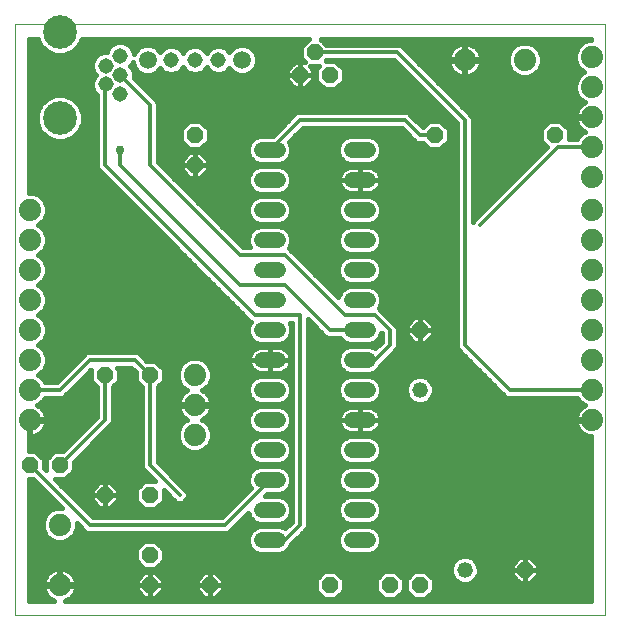
<source format=gbl>
G75*
%MOIN*%
%OFA0B0*%
%FSLAX25Y25*%
%IPPOS*%
%LPD*%
%AMOC8*
5,1,8,0,0,1.08239X$1,22.5*
%
%ADD10C,0.00000*%
%ADD11OC8,0.05200*%
%ADD12C,0.05200*%
%ADD13C,0.07400*%
%ADD14C,0.05200*%
%ADD15C,0.05150*%
%ADD16C,0.11220*%
%ADD17C,0.05937*%
%ADD18C,0.01200*%
%ADD19C,0.02978*%
%ADD20C,0.01600*%
D10*
X0005060Y0001800D02*
X0005060Y0198650D01*
X0201910Y0198650D01*
X0201910Y0001800D01*
X0005060Y0001800D01*
D11*
X0035060Y0041800D03*
X0050060Y0041800D03*
X0050060Y0021800D03*
X0050060Y0011800D03*
X0070060Y0011800D03*
X0110060Y0011800D03*
X0130060Y0011800D03*
X0140060Y0011800D03*
X0175060Y0016800D03*
X0140060Y0096800D03*
X0145060Y0161800D03*
X0110060Y0181800D03*
X0105060Y0189300D03*
X0100060Y0181800D03*
X0065060Y0161800D03*
X0065060Y0151800D03*
X0050060Y0081800D03*
X0035060Y0081800D03*
X0020060Y0051800D03*
X0010060Y0051800D03*
X0185060Y0161800D03*
D12*
X0140060Y0076800D03*
X0155060Y0016800D03*
D13*
X0197560Y0066800D03*
X0197560Y0076800D03*
X0197560Y0086800D03*
X0197560Y0096800D03*
X0197560Y0106800D03*
X0197560Y0116800D03*
X0197560Y0126800D03*
X0197560Y0136800D03*
X0197560Y0147800D03*
X0197560Y0157800D03*
X0197560Y0167800D03*
X0197560Y0177800D03*
X0197560Y0187800D03*
X0175060Y0186800D03*
X0155060Y0186800D03*
X0065060Y0081800D03*
X0065060Y0071800D03*
X0065060Y0061800D03*
X0020060Y0031800D03*
X0020060Y0011800D03*
X0010060Y0066800D03*
X0010060Y0076800D03*
X0010060Y0086800D03*
X0010060Y0096800D03*
X0010060Y0106800D03*
X0010060Y0116800D03*
X0010060Y0126800D03*
X0010060Y0136800D03*
D14*
X0087460Y0136800D02*
X0092660Y0136800D01*
X0092660Y0126800D02*
X0087460Y0126800D01*
X0087460Y0116800D02*
X0092660Y0116800D01*
X0092660Y0106800D02*
X0087460Y0106800D01*
X0087460Y0096800D02*
X0092660Y0096800D01*
X0092660Y0086800D02*
X0087460Y0086800D01*
X0087460Y0076800D02*
X0092660Y0076800D01*
X0092660Y0066800D02*
X0087460Y0066800D01*
X0087460Y0056800D02*
X0092660Y0056800D01*
X0092660Y0046800D02*
X0087460Y0046800D01*
X0087460Y0036800D02*
X0092660Y0036800D01*
X0092660Y0026800D02*
X0087460Y0026800D01*
X0117460Y0026800D02*
X0122660Y0026800D01*
X0122660Y0036800D02*
X0117460Y0036800D01*
X0117460Y0046800D02*
X0122660Y0046800D01*
X0122660Y0056800D02*
X0117460Y0056800D01*
X0117460Y0066800D02*
X0122660Y0066800D01*
X0122660Y0076800D02*
X0117460Y0076800D01*
X0117460Y0086800D02*
X0122660Y0086800D01*
X0122660Y0096800D02*
X0117460Y0096800D01*
X0117460Y0106800D02*
X0122660Y0106800D01*
X0122660Y0116800D02*
X0117460Y0116800D01*
X0117460Y0126800D02*
X0122660Y0126800D01*
X0122660Y0136800D02*
X0117460Y0136800D01*
X0117460Y0146800D02*
X0122660Y0146800D01*
X0122660Y0156800D02*
X0117460Y0156800D01*
X0092660Y0156800D02*
X0087460Y0156800D01*
X0087460Y0146800D02*
X0092660Y0146800D01*
D15*
X0072934Y0186800D03*
X0065060Y0186800D03*
X0057186Y0186800D03*
X0040139Y0188099D03*
X0035414Y0184950D03*
X0040139Y0181800D03*
X0035414Y0178650D03*
X0040139Y0175501D03*
D16*
X0020060Y0167430D03*
X0020060Y0196170D03*
D17*
X0049312Y0186800D03*
X0080808Y0186800D03*
D18*
X0100060Y0166800D02*
X0090060Y0156800D01*
X0100060Y0166800D02*
X0135060Y0166800D01*
X0140060Y0161800D01*
X0145060Y0161800D01*
X0155060Y0166800D02*
X0155060Y0091800D01*
X0170060Y0076800D01*
X0197560Y0076800D01*
X0160060Y0131800D02*
X0186060Y0157800D01*
X0197560Y0157800D01*
X0155060Y0166800D02*
X0132560Y0189300D01*
X0105060Y0189300D01*
X0050060Y0171879D02*
X0050060Y0151800D01*
X0080060Y0121800D01*
X0095060Y0121800D01*
X0115060Y0101800D01*
X0125060Y0101800D01*
X0130060Y0096800D01*
X0130060Y0091800D01*
X0125060Y0086800D01*
X0120060Y0086800D01*
X0120060Y0096800D02*
X0110060Y0096800D01*
X0095060Y0111800D01*
X0080060Y0111800D01*
X0040060Y0151800D01*
X0040060Y0156800D01*
X0035060Y0151800D02*
X0085060Y0101800D01*
X0100060Y0101800D01*
X0100060Y0031800D01*
X0095060Y0026800D01*
X0090060Y0026800D01*
X0075060Y0031800D02*
X0090060Y0046800D01*
X0075060Y0031800D02*
X0030060Y0031800D01*
X0010060Y0051800D01*
X0020060Y0051800D02*
X0035060Y0066800D01*
X0035060Y0081800D01*
X0030060Y0086800D02*
X0044992Y0086800D01*
X0050060Y0081732D01*
X0050060Y0051800D01*
X0060060Y0041800D01*
X0050060Y0081732D02*
X0050060Y0081800D01*
X0030060Y0086800D02*
X0020060Y0076800D01*
X0010060Y0076800D01*
X0035060Y0151800D02*
X0035060Y0178296D01*
X0035414Y0178650D01*
X0040139Y0181800D02*
X0050060Y0171879D01*
D19*
X0040060Y0156800D03*
D20*
X0032460Y0156856D02*
X0009860Y0156856D01*
X0009860Y0158454D02*
X0032460Y0158454D01*
X0032460Y0160053D02*
X0022136Y0160053D01*
X0021574Y0159820D02*
X0024371Y0160978D01*
X0026512Y0163119D01*
X0027670Y0165916D01*
X0027670Y0168944D01*
X0026512Y0171741D01*
X0024371Y0173882D01*
X0021574Y0175040D01*
X0018546Y0175040D01*
X0015749Y0173882D01*
X0013608Y0171741D01*
X0012450Y0168944D01*
X0012450Y0165916D01*
X0013608Y0163119D01*
X0015749Y0160978D01*
X0018546Y0159820D01*
X0021574Y0159820D01*
X0025044Y0161651D02*
X0032460Y0161651D01*
X0032460Y0163250D02*
X0026566Y0163250D01*
X0027228Y0164848D02*
X0032460Y0164848D01*
X0032460Y0166447D02*
X0027670Y0166447D01*
X0027670Y0168045D02*
X0032460Y0168045D01*
X0032460Y0169644D02*
X0027380Y0169644D01*
X0026718Y0171242D02*
X0032460Y0171242D01*
X0032460Y0172841D02*
X0025412Y0172841D01*
X0023025Y0174439D02*
X0032460Y0174439D01*
X0032460Y0175135D02*
X0032460Y0151283D01*
X0032856Y0150327D01*
X0083587Y0099596D01*
X0083703Y0099548D01*
X0083560Y0099406D01*
X0082860Y0097715D01*
X0082860Y0095885D01*
X0083560Y0094194D01*
X0084854Y0092900D01*
X0086545Y0092200D01*
X0093575Y0092200D01*
X0095266Y0092900D01*
X0096560Y0094194D01*
X0097260Y0095885D01*
X0097260Y0097715D01*
X0096645Y0099200D01*
X0097460Y0099200D01*
X0097460Y0032877D01*
X0095274Y0030691D01*
X0095266Y0030700D01*
X0093575Y0031400D01*
X0086545Y0031400D01*
X0084854Y0030700D01*
X0083560Y0029406D01*
X0082860Y0027715D01*
X0082860Y0025885D01*
X0083560Y0024194D01*
X0084854Y0022900D01*
X0086545Y0022200D01*
X0093575Y0022200D01*
X0095266Y0022900D01*
X0096560Y0024194D01*
X0096863Y0024926D01*
X0097264Y0025327D01*
X0097264Y0025327D01*
X0101533Y0029596D01*
X0102264Y0030327D01*
X0102660Y0031283D01*
X0102660Y0100523D01*
X0108587Y0094596D01*
X0109543Y0094200D01*
X0113558Y0094200D01*
X0113560Y0094194D01*
X0114854Y0092900D01*
X0116545Y0092200D01*
X0123575Y0092200D01*
X0125266Y0092900D01*
X0126560Y0094194D01*
X0127260Y0095885D01*
X0127260Y0095923D01*
X0127460Y0095723D01*
X0127460Y0092877D01*
X0125274Y0090691D01*
X0125266Y0090700D01*
X0123575Y0091400D01*
X0116545Y0091400D01*
X0114854Y0090700D01*
X0113560Y0089406D01*
X0112860Y0087715D01*
X0112860Y0085885D01*
X0113560Y0084194D01*
X0114854Y0082900D01*
X0116545Y0082200D01*
X0123575Y0082200D01*
X0125266Y0082900D01*
X0126560Y0084194D01*
X0126863Y0084926D01*
X0131533Y0089596D01*
X0132264Y0090327D01*
X0132660Y0091283D01*
X0132660Y0097317D01*
X0132264Y0098273D01*
X0127264Y0103273D01*
X0126533Y0104004D01*
X0126417Y0104052D01*
X0126560Y0104194D01*
X0127260Y0105885D01*
X0127260Y0107715D01*
X0126560Y0109406D01*
X0125266Y0110700D01*
X0123575Y0111400D01*
X0116545Y0111400D01*
X0114854Y0110700D01*
X0113560Y0109406D01*
X0112860Y0107715D01*
X0112860Y0107677D01*
X0096533Y0124004D01*
X0096417Y0124052D01*
X0096560Y0124194D01*
X0097260Y0125885D01*
X0097260Y0127715D01*
X0096560Y0129406D01*
X0095266Y0130700D01*
X0093575Y0131400D01*
X0086545Y0131400D01*
X0084854Y0130700D01*
X0083560Y0129406D01*
X0082860Y0127715D01*
X0082860Y0125885D01*
X0083475Y0124400D01*
X0081137Y0124400D01*
X0052660Y0152877D01*
X0052660Y0172396D01*
X0052264Y0173352D01*
X0044714Y0180902D01*
X0044714Y0182710D01*
X0044017Y0184391D01*
X0043459Y0184950D01*
X0044017Y0185508D01*
X0044343Y0186296D01*
X0044343Y0185812D01*
X0045100Y0183986D01*
X0046498Y0182588D01*
X0048324Y0181831D01*
X0050300Y0181831D01*
X0052126Y0182588D01*
X0053524Y0183986D01*
X0053526Y0183990D01*
X0054595Y0182922D01*
X0056276Y0182225D01*
X0058096Y0182225D01*
X0059777Y0182922D01*
X0061064Y0184209D01*
X0061123Y0184350D01*
X0061182Y0184209D01*
X0062469Y0182922D01*
X0064150Y0182225D01*
X0065970Y0182225D01*
X0067651Y0182922D01*
X0068938Y0184209D01*
X0068997Y0184350D01*
X0069056Y0184209D01*
X0070343Y0182922D01*
X0072024Y0182225D01*
X0073844Y0182225D01*
X0075525Y0182922D01*
X0076594Y0183990D01*
X0076596Y0183986D01*
X0077994Y0182588D01*
X0079820Y0181831D01*
X0081796Y0181831D01*
X0083622Y0182588D01*
X0085020Y0183986D01*
X0085777Y0185812D01*
X0085777Y0187788D01*
X0085020Y0189614D01*
X0083622Y0191012D01*
X0081796Y0191768D01*
X0079820Y0191768D01*
X0077994Y0191012D01*
X0076596Y0189614D01*
X0076594Y0189610D01*
X0075525Y0190678D01*
X0073844Y0191375D01*
X0072024Y0191375D01*
X0070343Y0190678D01*
X0069056Y0189391D01*
X0068997Y0189250D01*
X0068938Y0189391D01*
X0067651Y0190678D01*
X0065970Y0191375D01*
X0064150Y0191375D01*
X0062469Y0190678D01*
X0061182Y0189391D01*
X0061123Y0189250D01*
X0061064Y0189391D01*
X0059777Y0190678D01*
X0058096Y0191375D01*
X0056276Y0191375D01*
X0054595Y0190678D01*
X0053526Y0189610D01*
X0053524Y0189614D01*
X0052126Y0191012D01*
X0050300Y0191768D01*
X0048324Y0191768D01*
X0046498Y0191012D01*
X0045100Y0189614D01*
X0044714Y0188682D01*
X0044714Y0189009D01*
X0044017Y0190691D01*
X0042730Y0191978D01*
X0041049Y0192674D01*
X0039229Y0192674D01*
X0037547Y0191978D01*
X0036260Y0190691D01*
X0035777Y0189524D01*
X0034504Y0189524D01*
X0032823Y0188828D01*
X0031536Y0187541D01*
X0030840Y0185860D01*
X0030840Y0184040D01*
X0031536Y0182358D01*
X0032094Y0181800D01*
X0031536Y0181242D01*
X0030840Y0179560D01*
X0030840Y0177740D01*
X0031536Y0176059D01*
X0032460Y0175135D01*
X0031557Y0176038D02*
X0009860Y0176038D01*
X0009860Y0177636D02*
X0030883Y0177636D01*
X0030840Y0179235D02*
X0009860Y0179235D01*
X0009860Y0180833D02*
X0031367Y0180833D01*
X0031505Y0182432D02*
X0009860Y0182432D01*
X0009860Y0184030D02*
X0030843Y0184030D01*
X0030840Y0185629D02*
X0009860Y0185629D01*
X0009860Y0187227D02*
X0031406Y0187227D01*
X0032821Y0188826D02*
X0022216Y0188826D01*
X0021574Y0188560D02*
X0024371Y0189718D01*
X0026512Y0191859D01*
X0027336Y0193850D01*
X0103105Y0193850D01*
X0100460Y0191205D01*
X0100460Y0187395D01*
X0101655Y0186200D01*
X0100060Y0186200D01*
X0100060Y0181800D01*
X0104460Y0181800D01*
X0104460Y0183623D01*
X0103382Y0184700D01*
X0106455Y0184700D01*
X0105460Y0183705D01*
X0105460Y0179895D01*
X0108155Y0177200D01*
X0111965Y0177200D01*
X0114660Y0179895D01*
X0114660Y0183705D01*
X0111965Y0186400D01*
X0108665Y0186400D01*
X0108965Y0186700D01*
X0131483Y0186700D01*
X0152460Y0165723D01*
X0152460Y0091283D01*
X0152856Y0090327D01*
X0153587Y0089596D01*
X0168587Y0074596D01*
X0169543Y0074200D01*
X0192467Y0074200D01*
X0192728Y0073571D01*
X0194331Y0071968D01*
X0195024Y0071681D01*
X0194677Y0071504D01*
X0193977Y0070995D01*
X0193365Y0070383D01*
X0192856Y0069683D01*
X0192463Y0068911D01*
X0192195Y0068088D01*
X0192060Y0067233D01*
X0192060Y0067000D01*
X0197110Y0067000D01*
X0197110Y0066600D01*
X0192060Y0066600D01*
X0192060Y0066367D01*
X0192195Y0065512D01*
X0192463Y0064689D01*
X0192856Y0063917D01*
X0193365Y0063217D01*
X0193977Y0062605D01*
X0194677Y0062096D01*
X0195449Y0061703D01*
X0196272Y0061435D01*
X0197110Y0061303D01*
X0197110Y0006600D01*
X0021854Y0006600D01*
X0022171Y0006703D01*
X0022943Y0007096D01*
X0023643Y0007605D01*
X0024255Y0008217D01*
X0024764Y0008917D01*
X0025157Y0009689D01*
X0025425Y0010512D01*
X0025560Y0011367D01*
X0025560Y0011600D01*
X0020260Y0011600D01*
X0020260Y0012000D01*
X0025560Y0012000D01*
X0025560Y0012233D01*
X0025425Y0013088D01*
X0025157Y0013911D01*
X0024764Y0014683D01*
X0024255Y0015383D01*
X0023643Y0015995D01*
X0022943Y0016504D01*
X0022171Y0016897D01*
X0021348Y0017165D01*
X0020493Y0017300D01*
X0020260Y0017300D01*
X0020260Y0012000D01*
X0019860Y0012000D01*
X0019860Y0017300D01*
X0019627Y0017300D01*
X0018772Y0017165D01*
X0017949Y0016897D01*
X0017177Y0016504D01*
X0016477Y0015995D01*
X0015865Y0015383D01*
X0015356Y0014683D01*
X0014963Y0013911D01*
X0014695Y0013088D01*
X0014560Y0012233D01*
X0014560Y0012000D01*
X0019860Y0012000D01*
X0019860Y0011600D01*
X0014560Y0011600D01*
X0014560Y0011367D01*
X0014695Y0010512D01*
X0014963Y0009689D01*
X0015356Y0008917D01*
X0015865Y0008217D01*
X0016477Y0007605D01*
X0017177Y0007096D01*
X0017949Y0006703D01*
X0018266Y0006600D01*
X0009860Y0006600D01*
X0009860Y0047200D01*
X0010983Y0047200D01*
X0020683Y0037500D01*
X0018926Y0037500D01*
X0016831Y0036632D01*
X0015228Y0035029D01*
X0014360Y0032934D01*
X0014360Y0030666D01*
X0015228Y0028571D01*
X0016831Y0026968D01*
X0018926Y0026100D01*
X0021194Y0026100D01*
X0023289Y0026968D01*
X0024892Y0028571D01*
X0025760Y0030666D01*
X0025760Y0032423D01*
X0028587Y0029596D01*
X0029543Y0029200D01*
X0075577Y0029200D01*
X0076533Y0029596D01*
X0082860Y0035923D01*
X0082860Y0035885D01*
X0083560Y0034194D01*
X0084854Y0032900D01*
X0086545Y0032200D01*
X0093575Y0032200D01*
X0095266Y0032900D01*
X0096560Y0034194D01*
X0097260Y0035885D01*
X0097260Y0037715D01*
X0096560Y0039406D01*
X0095266Y0040700D01*
X0093575Y0041400D01*
X0088337Y0041400D01*
X0089137Y0042200D01*
X0093575Y0042200D01*
X0095266Y0042900D01*
X0096560Y0044194D01*
X0097260Y0045885D01*
X0097260Y0047715D01*
X0096560Y0049406D01*
X0095266Y0050700D01*
X0093575Y0051400D01*
X0086545Y0051400D01*
X0084854Y0050700D01*
X0083560Y0049406D01*
X0082860Y0047715D01*
X0082860Y0045885D01*
X0083560Y0044194D01*
X0083669Y0044086D01*
X0073983Y0034400D01*
X0031137Y0034400D01*
X0018337Y0047200D01*
X0021965Y0047200D01*
X0024660Y0049895D01*
X0024660Y0052723D01*
X0037264Y0065327D01*
X0037660Y0066283D01*
X0037660Y0077895D01*
X0039660Y0079895D01*
X0039660Y0083705D01*
X0039165Y0084200D01*
X0043915Y0084200D01*
X0045460Y0082655D01*
X0045460Y0079895D01*
X0047460Y0077895D01*
X0047460Y0051283D01*
X0047856Y0050327D01*
X0051783Y0046400D01*
X0048155Y0046400D01*
X0045460Y0043705D01*
X0045460Y0039895D01*
X0048155Y0037200D01*
X0051965Y0037200D01*
X0054660Y0039895D01*
X0054660Y0043523D01*
X0058587Y0039596D01*
X0059543Y0039200D01*
X0060577Y0039200D01*
X0061533Y0039596D01*
X0062264Y0040327D01*
X0062660Y0041283D01*
X0062660Y0042317D01*
X0062264Y0043273D01*
X0052660Y0052877D01*
X0052660Y0077895D01*
X0054660Y0079895D01*
X0054660Y0083705D01*
X0051965Y0086400D01*
X0049069Y0086400D01*
X0046465Y0089004D01*
X0045509Y0089400D01*
X0029543Y0089400D01*
X0028587Y0089004D01*
X0027856Y0088273D01*
X0018983Y0079400D01*
X0015153Y0079400D01*
X0014892Y0080029D01*
X0013289Y0081632D01*
X0012884Y0081800D01*
X0013289Y0081968D01*
X0014892Y0083571D01*
X0015760Y0085666D01*
X0015760Y0087934D01*
X0014892Y0090029D01*
X0013289Y0091632D01*
X0012884Y0091800D01*
X0013289Y0091968D01*
X0014892Y0093571D01*
X0015760Y0095666D01*
X0015760Y0097934D01*
X0014892Y0100029D01*
X0013289Y0101632D01*
X0012884Y0101800D01*
X0013289Y0101968D01*
X0014892Y0103571D01*
X0015760Y0105666D01*
X0015760Y0107934D01*
X0014892Y0110029D01*
X0013289Y0111632D01*
X0012884Y0111800D01*
X0013289Y0111968D01*
X0014892Y0113571D01*
X0015760Y0115666D01*
X0015760Y0117934D01*
X0014892Y0120029D01*
X0013289Y0121632D01*
X0012884Y0121800D01*
X0013289Y0121968D01*
X0014892Y0123571D01*
X0015760Y0125666D01*
X0015760Y0127934D01*
X0014892Y0130029D01*
X0013289Y0131632D01*
X0012884Y0131800D01*
X0013289Y0131968D01*
X0014892Y0133571D01*
X0015760Y0135666D01*
X0015760Y0137934D01*
X0014892Y0140029D01*
X0013289Y0141632D01*
X0011194Y0142500D01*
X0009860Y0142500D01*
X0009860Y0193850D01*
X0012784Y0193850D01*
X0013608Y0191859D01*
X0015749Y0189718D01*
X0018546Y0188560D01*
X0021574Y0188560D01*
X0025077Y0190424D02*
X0036150Y0190424D01*
X0037657Y0192023D02*
X0026579Y0192023D01*
X0027242Y0193621D02*
X0102876Y0193621D01*
X0101277Y0192023D02*
X0042621Y0192023D01*
X0044127Y0190424D02*
X0045910Y0190424D01*
X0044773Y0188826D02*
X0044714Y0188826D01*
X0044419Y0185629D02*
X0044067Y0185629D01*
X0044167Y0184030D02*
X0045081Y0184030D01*
X0044714Y0182432D02*
X0046874Y0182432D01*
X0044782Y0180833D02*
X0095660Y0180833D01*
X0095660Y0179977D02*
X0098237Y0177400D01*
X0100060Y0177400D01*
X0101883Y0177400D01*
X0104460Y0179977D01*
X0104460Y0181800D01*
X0100060Y0181800D01*
X0100060Y0181800D01*
X0100060Y0181800D01*
X0100060Y0177400D01*
X0100060Y0181800D01*
X0100060Y0181800D01*
X0100060Y0181800D01*
X0095660Y0181800D01*
X0095660Y0183623D01*
X0098237Y0186200D01*
X0100060Y0186200D01*
X0100060Y0181800D01*
X0095660Y0181800D01*
X0095660Y0179977D01*
X0096403Y0179235D02*
X0046381Y0179235D01*
X0047979Y0177636D02*
X0098001Y0177636D01*
X0100060Y0177636D02*
X0100060Y0177636D01*
X0100060Y0179235D02*
X0100060Y0179235D01*
X0100060Y0180833D02*
X0100060Y0180833D01*
X0100060Y0182432D02*
X0100060Y0182432D01*
X0100060Y0184030D02*
X0100060Y0184030D01*
X0100060Y0185629D02*
X0100060Y0185629D01*
X0100627Y0187227D02*
X0085777Y0187227D01*
X0085701Y0185629D02*
X0097666Y0185629D01*
X0096068Y0184030D02*
X0085039Y0184030D01*
X0083246Y0182432D02*
X0095660Y0182432D01*
X0100460Y0188826D02*
X0085347Y0188826D01*
X0084210Y0190424D02*
X0100460Y0190424D01*
X0104052Y0184030D02*
X0105785Y0184030D01*
X0105460Y0182432D02*
X0104460Y0182432D01*
X0104460Y0180833D02*
X0105460Y0180833D01*
X0106120Y0179235D02*
X0103717Y0179235D01*
X0102119Y0177636D02*
X0107718Y0177636D01*
X0112402Y0177636D02*
X0140547Y0177636D01*
X0142145Y0176038D02*
X0049578Y0176038D01*
X0051176Y0174439D02*
X0143744Y0174439D01*
X0145342Y0172841D02*
X0052476Y0172841D01*
X0052660Y0171242D02*
X0146941Y0171242D01*
X0148539Y0169644D02*
X0052660Y0169644D01*
X0052660Y0168045D02*
X0097628Y0168045D01*
X0098587Y0169004D02*
X0090983Y0161400D01*
X0086545Y0161400D01*
X0084854Y0160700D01*
X0083560Y0159406D01*
X0082860Y0157715D01*
X0082860Y0155885D01*
X0083560Y0154194D01*
X0084854Y0152900D01*
X0086545Y0152200D01*
X0093575Y0152200D01*
X0095266Y0152900D01*
X0096560Y0154194D01*
X0097260Y0155885D01*
X0097260Y0157715D01*
X0096560Y0159406D01*
X0096451Y0159514D01*
X0101137Y0164200D01*
X0133983Y0164200D01*
X0138587Y0159596D01*
X0139543Y0159200D01*
X0141155Y0159200D01*
X0143155Y0157200D01*
X0146965Y0157200D01*
X0149660Y0159895D01*
X0149660Y0163705D01*
X0146965Y0166400D01*
X0143155Y0166400D01*
X0141155Y0164400D01*
X0141137Y0164400D01*
X0137264Y0168273D01*
X0136533Y0169004D01*
X0135577Y0169400D01*
X0099543Y0169400D01*
X0098587Y0169004D01*
X0096030Y0166447D02*
X0052660Y0166447D01*
X0052660Y0164848D02*
X0061603Y0164848D01*
X0060460Y0163705D02*
X0060460Y0159895D01*
X0063155Y0157200D01*
X0066965Y0157200D01*
X0069660Y0159895D01*
X0069660Y0163705D01*
X0066965Y0166400D01*
X0063155Y0166400D01*
X0060460Y0163705D01*
X0060460Y0163250D02*
X0052660Y0163250D01*
X0052660Y0161651D02*
X0060460Y0161651D01*
X0060460Y0160053D02*
X0052660Y0160053D01*
X0052660Y0158454D02*
X0061900Y0158454D01*
X0063237Y0156200D02*
X0060660Y0153623D01*
X0060660Y0151800D01*
X0065060Y0151800D01*
X0069460Y0151800D01*
X0069460Y0153623D01*
X0066883Y0156200D01*
X0065060Y0156200D01*
X0065060Y0151800D01*
X0065060Y0151800D01*
X0065060Y0151800D01*
X0069460Y0151800D01*
X0069460Y0149977D01*
X0066883Y0147400D01*
X0065060Y0147400D01*
X0065060Y0151800D01*
X0065060Y0151800D01*
X0065060Y0151800D01*
X0065060Y0156200D01*
X0063237Y0156200D01*
X0062295Y0155257D02*
X0052660Y0155257D01*
X0052660Y0153659D02*
X0060696Y0153659D01*
X0060660Y0152060D02*
X0053477Y0152060D01*
X0055075Y0150462D02*
X0060660Y0150462D01*
X0060660Y0149977D02*
X0063237Y0147400D01*
X0065060Y0147400D01*
X0065060Y0151800D01*
X0060660Y0151800D01*
X0060660Y0149977D01*
X0061774Y0148863D02*
X0056674Y0148863D01*
X0058272Y0147265D02*
X0082860Y0147265D01*
X0082860Y0147715D02*
X0082860Y0145885D01*
X0083560Y0144194D01*
X0084854Y0142900D01*
X0086545Y0142200D01*
X0093575Y0142200D01*
X0095266Y0142900D01*
X0096560Y0144194D01*
X0097260Y0145885D01*
X0097260Y0147715D01*
X0096560Y0149406D01*
X0095266Y0150700D01*
X0093575Y0151400D01*
X0086545Y0151400D01*
X0084854Y0150700D01*
X0083560Y0149406D01*
X0082860Y0147715D01*
X0083336Y0148863D02*
X0068346Y0148863D01*
X0069460Y0150462D02*
X0084616Y0150462D01*
X0084096Y0153659D02*
X0069424Y0153659D01*
X0069460Y0152060D02*
X0152460Y0152060D01*
X0152460Y0150462D02*
X0125106Y0150462D01*
X0124966Y0150563D02*
X0124349Y0150878D01*
X0123690Y0151092D01*
X0123006Y0151200D01*
X0120060Y0151200D01*
X0120060Y0146800D01*
X0127060Y0146800D01*
X0127060Y0147146D01*
X0126952Y0147830D01*
X0126738Y0148489D01*
X0126423Y0149106D01*
X0126016Y0149666D01*
X0125526Y0150156D01*
X0124966Y0150563D01*
X0123575Y0152200D02*
X0125266Y0152900D01*
X0126560Y0154194D01*
X0127260Y0155885D01*
X0127260Y0157715D01*
X0126560Y0159406D01*
X0125266Y0160700D01*
X0123575Y0161400D01*
X0116545Y0161400D01*
X0114854Y0160700D01*
X0113560Y0159406D01*
X0112860Y0157715D01*
X0112860Y0155885D01*
X0113560Y0154194D01*
X0114854Y0152900D01*
X0116545Y0152200D01*
X0123575Y0152200D01*
X0126024Y0153659D02*
X0152460Y0153659D01*
X0152460Y0155257D02*
X0127000Y0155257D01*
X0127260Y0156856D02*
X0152460Y0156856D01*
X0152460Y0158454D02*
X0148219Y0158454D01*
X0149660Y0160053D02*
X0152460Y0160053D01*
X0152460Y0161651D02*
X0149660Y0161651D01*
X0149660Y0163250D02*
X0152460Y0163250D01*
X0152460Y0164848D02*
X0148517Y0164848D01*
X0150138Y0168045D02*
X0137492Y0168045D01*
X0139090Y0166447D02*
X0151736Y0166447D01*
X0155893Y0169644D02*
X0192376Y0169644D01*
X0192463Y0169911D02*
X0192195Y0169088D01*
X0192060Y0168233D01*
X0192060Y0168000D01*
X0197110Y0168000D01*
X0197110Y0167600D01*
X0192060Y0167600D01*
X0192060Y0167367D01*
X0192195Y0166512D01*
X0192463Y0165689D01*
X0192856Y0164917D01*
X0193365Y0164217D01*
X0193977Y0163605D01*
X0194677Y0163096D01*
X0195024Y0162919D01*
X0194331Y0162632D01*
X0192728Y0161029D01*
X0192467Y0160400D01*
X0189660Y0160400D01*
X0189660Y0163705D01*
X0186965Y0166400D01*
X0183155Y0166400D01*
X0180460Y0163705D01*
X0180460Y0159895D01*
X0182469Y0157886D01*
X0157856Y0133273D01*
X0157660Y0132800D01*
X0157660Y0167317D01*
X0157264Y0168273D01*
X0156533Y0169004D01*
X0134033Y0191504D01*
X0133077Y0191900D01*
X0108965Y0191900D01*
X0107015Y0193850D01*
X0197110Y0193850D01*
X0197110Y0193500D01*
X0196426Y0193500D01*
X0194331Y0192632D01*
X0192728Y0191029D01*
X0191860Y0188934D01*
X0191860Y0186666D01*
X0192728Y0184571D01*
X0194331Y0182968D01*
X0194736Y0182800D01*
X0194331Y0182632D01*
X0192728Y0181029D01*
X0191860Y0178934D01*
X0191860Y0176666D01*
X0192728Y0174571D01*
X0194331Y0172968D01*
X0195024Y0172681D01*
X0194677Y0172504D01*
X0193977Y0171995D01*
X0193365Y0171383D01*
X0192856Y0170683D01*
X0192463Y0169911D01*
X0193263Y0171242D02*
X0154295Y0171242D01*
X0152696Y0172841D02*
X0194638Y0172841D01*
X0192860Y0174439D02*
X0151098Y0174439D01*
X0149499Y0176038D02*
X0192120Y0176038D01*
X0191860Y0177636D02*
X0147901Y0177636D01*
X0146302Y0179235D02*
X0191985Y0179235D01*
X0192647Y0180833D02*
X0144704Y0180833D01*
X0143105Y0182432D02*
X0151715Y0182432D01*
X0151477Y0182605D02*
X0152177Y0182096D01*
X0152949Y0181703D01*
X0153772Y0181435D01*
X0154627Y0181300D01*
X0154860Y0181300D01*
X0154860Y0186600D01*
X0155260Y0186600D01*
X0155260Y0187000D01*
X0160560Y0187000D01*
X0160560Y0187233D01*
X0160425Y0188088D01*
X0160157Y0188911D01*
X0159764Y0189683D01*
X0159255Y0190383D01*
X0158643Y0190995D01*
X0157943Y0191504D01*
X0157171Y0191897D01*
X0156348Y0192165D01*
X0155493Y0192300D01*
X0155260Y0192300D01*
X0155260Y0187000D01*
X0154860Y0187000D01*
X0154860Y0192300D01*
X0154627Y0192300D01*
X0153772Y0192165D01*
X0152949Y0191897D01*
X0152177Y0191504D01*
X0151477Y0190995D01*
X0150865Y0190383D01*
X0150356Y0189683D01*
X0149963Y0188911D01*
X0149695Y0188088D01*
X0149560Y0187233D01*
X0149560Y0187000D01*
X0154860Y0187000D01*
X0154860Y0186600D01*
X0149560Y0186600D01*
X0149560Y0186367D01*
X0149695Y0185512D01*
X0149963Y0184689D01*
X0150356Y0183917D01*
X0150865Y0183217D01*
X0151477Y0182605D01*
X0150298Y0184030D02*
X0141507Y0184030D01*
X0139908Y0185629D02*
X0149677Y0185629D01*
X0149560Y0187227D02*
X0138310Y0187227D01*
X0136711Y0188826D02*
X0149935Y0188826D01*
X0150906Y0190424D02*
X0135113Y0190424D01*
X0132554Y0185629D02*
X0112737Y0185629D01*
X0114335Y0184030D02*
X0134153Y0184030D01*
X0135751Y0182432D02*
X0114660Y0182432D01*
X0114660Y0180833D02*
X0137350Y0180833D01*
X0138948Y0179235D02*
X0114000Y0179235D01*
X0108842Y0192023D02*
X0153336Y0192023D01*
X0154860Y0192023D02*
X0155260Y0192023D01*
X0156784Y0192023D02*
X0172774Y0192023D01*
X0171831Y0191632D02*
X0170228Y0190029D01*
X0169360Y0187934D01*
X0169360Y0185666D01*
X0170228Y0183571D01*
X0171831Y0181968D01*
X0173926Y0181100D01*
X0176194Y0181100D01*
X0178289Y0181968D01*
X0179892Y0183571D01*
X0180760Y0185666D01*
X0180760Y0187934D01*
X0179892Y0190029D01*
X0178289Y0191632D01*
X0176194Y0192500D01*
X0173926Y0192500D01*
X0171831Y0191632D01*
X0170623Y0190424D02*
X0159214Y0190424D01*
X0160185Y0188826D02*
X0169729Y0188826D01*
X0169360Y0187227D02*
X0160560Y0187227D01*
X0160560Y0186600D02*
X0155260Y0186600D01*
X0155260Y0181300D01*
X0155493Y0181300D01*
X0156348Y0181435D01*
X0157171Y0181703D01*
X0157943Y0182096D01*
X0158643Y0182605D01*
X0159255Y0183217D01*
X0159764Y0183917D01*
X0160157Y0184689D01*
X0160425Y0185512D01*
X0160560Y0186367D01*
X0160560Y0186600D01*
X0160443Y0185629D02*
X0169375Y0185629D01*
X0170038Y0184030D02*
X0159822Y0184030D01*
X0158405Y0182432D02*
X0171367Y0182432D01*
X0178753Y0182432D02*
X0194131Y0182432D01*
X0193269Y0184030D02*
X0180082Y0184030D01*
X0180744Y0185629D02*
X0192290Y0185629D01*
X0191860Y0187227D02*
X0180760Y0187227D01*
X0180391Y0188826D02*
X0191860Y0188826D01*
X0192477Y0190424D02*
X0179497Y0190424D01*
X0177346Y0192023D02*
X0193722Y0192023D01*
X0197110Y0193621D02*
X0107244Y0193621D01*
X0077406Y0190424D02*
X0075779Y0190424D01*
X0070089Y0190424D02*
X0067905Y0190424D01*
X0062215Y0190424D02*
X0060031Y0190424D01*
X0054341Y0190424D02*
X0052714Y0190424D01*
X0051749Y0182432D02*
X0055777Y0182432D01*
X0058595Y0182432D02*
X0063651Y0182432D01*
X0061360Y0184030D02*
X0060886Y0184030D01*
X0066469Y0182432D02*
X0071525Y0182432D01*
X0069234Y0184030D02*
X0068760Y0184030D01*
X0074343Y0182432D02*
X0078371Y0182432D01*
X0068517Y0164848D02*
X0094431Y0164848D01*
X0092833Y0163250D02*
X0069660Y0163250D01*
X0069660Y0161651D02*
X0091234Y0161651D01*
X0096990Y0160053D02*
X0114207Y0160053D01*
X0113166Y0158454D02*
X0096954Y0158454D01*
X0097260Y0156856D02*
X0112860Y0156856D01*
X0113120Y0155257D02*
X0097000Y0155257D01*
X0096024Y0153659D02*
X0114096Y0153659D01*
X0115771Y0150878D02*
X0115154Y0150563D01*
X0114594Y0150156D01*
X0114104Y0149666D01*
X0113697Y0149106D01*
X0113382Y0148489D01*
X0113168Y0147830D01*
X0113060Y0147146D01*
X0113060Y0146800D01*
X0120060Y0146800D01*
X0120060Y0146800D01*
X0120060Y0146800D01*
X0127060Y0146800D01*
X0127060Y0146454D01*
X0126952Y0145770D01*
X0126738Y0145111D01*
X0126423Y0144494D01*
X0126016Y0143934D01*
X0125526Y0143444D01*
X0124966Y0143037D01*
X0124349Y0142722D01*
X0123690Y0142508D01*
X0123006Y0142400D01*
X0120060Y0142400D01*
X0120060Y0146800D01*
X0120060Y0146800D01*
X0120060Y0146800D01*
X0120060Y0151200D01*
X0117114Y0151200D01*
X0116430Y0151092D01*
X0115771Y0150878D01*
X0115014Y0150462D02*
X0095504Y0150462D01*
X0096784Y0148863D02*
X0113573Y0148863D01*
X0113079Y0147265D02*
X0097260Y0147265D01*
X0097169Y0145666D02*
X0113202Y0145666D01*
X0113168Y0145770D02*
X0113382Y0145111D01*
X0113697Y0144494D01*
X0114104Y0143934D01*
X0114594Y0143444D01*
X0115154Y0143037D01*
X0115771Y0142722D01*
X0116430Y0142508D01*
X0117114Y0142400D01*
X0120060Y0142400D01*
X0120060Y0146800D01*
X0113060Y0146800D01*
X0113060Y0146454D01*
X0113168Y0145770D01*
X0114007Y0144068D02*
X0096433Y0144068D01*
X0094224Y0142469D02*
X0116678Y0142469D01*
X0116545Y0141400D02*
X0114854Y0140700D01*
X0113560Y0139406D01*
X0112860Y0137715D01*
X0112860Y0135885D01*
X0113560Y0134194D01*
X0114854Y0132900D01*
X0116545Y0132200D01*
X0123575Y0132200D01*
X0125266Y0132900D01*
X0126560Y0134194D01*
X0127260Y0135885D01*
X0127260Y0137715D01*
X0126560Y0139406D01*
X0125266Y0140700D01*
X0123575Y0141400D01*
X0116545Y0141400D01*
X0115267Y0140870D02*
X0094853Y0140870D01*
X0095266Y0140700D02*
X0093575Y0141400D01*
X0086545Y0141400D01*
X0084854Y0140700D01*
X0083560Y0139406D01*
X0082860Y0137715D01*
X0082860Y0135885D01*
X0083560Y0134194D01*
X0084854Y0132900D01*
X0086545Y0132200D01*
X0093575Y0132200D01*
X0095266Y0132900D01*
X0096560Y0134194D01*
X0097260Y0135885D01*
X0097260Y0137715D01*
X0096560Y0139406D01*
X0095266Y0140700D01*
X0096615Y0139272D02*
X0113505Y0139272D01*
X0112860Y0137673D02*
X0097260Y0137673D01*
X0097260Y0136075D02*
X0112860Y0136075D01*
X0113443Y0134476D02*
X0096677Y0134476D01*
X0095212Y0132878D02*
X0114908Y0132878D01*
X0116254Y0131279D02*
X0093866Y0131279D01*
X0096284Y0129681D02*
X0113836Y0129681D01*
X0113560Y0129406D02*
X0112860Y0127715D01*
X0112860Y0125885D01*
X0113560Y0124194D01*
X0114854Y0122900D01*
X0116545Y0122200D01*
X0123575Y0122200D01*
X0125266Y0122900D01*
X0126560Y0124194D01*
X0127260Y0125885D01*
X0127260Y0127715D01*
X0126560Y0129406D01*
X0125266Y0130700D01*
X0123575Y0131400D01*
X0116545Y0131400D01*
X0114854Y0130700D01*
X0113560Y0129406D01*
X0113012Y0128082D02*
X0097108Y0128082D01*
X0097260Y0126484D02*
X0112860Y0126484D01*
X0113274Y0124885D02*
X0096846Y0124885D01*
X0097250Y0123287D02*
X0114468Y0123287D01*
X0114854Y0120700D02*
X0113560Y0119406D01*
X0112860Y0117715D01*
X0112860Y0115885D01*
X0113560Y0114194D01*
X0114854Y0112900D01*
X0116545Y0112200D01*
X0123575Y0112200D01*
X0125266Y0112900D01*
X0126560Y0114194D01*
X0127260Y0115885D01*
X0127260Y0117715D01*
X0126560Y0119406D01*
X0125266Y0120700D01*
X0123575Y0121400D01*
X0116545Y0121400D01*
X0114854Y0120700D01*
X0114244Y0120090D02*
X0100447Y0120090D01*
X0098849Y0121688D02*
X0152460Y0121688D01*
X0152460Y0120090D02*
X0125876Y0120090D01*
X0126938Y0118491D02*
X0152460Y0118491D01*
X0152460Y0116893D02*
X0127260Y0116893D01*
X0127015Y0115294D02*
X0152460Y0115294D01*
X0152460Y0113696D02*
X0126061Y0113696D01*
X0125467Y0110499D02*
X0152460Y0110499D01*
X0152460Y0112097D02*
X0108440Y0112097D01*
X0110038Y0110499D02*
X0114653Y0110499D01*
X0113351Y0108900D02*
X0111637Y0108900D01*
X0114059Y0113696D02*
X0106841Y0113696D01*
X0105243Y0115294D02*
X0113105Y0115294D01*
X0112860Y0116893D02*
X0103644Y0116893D01*
X0102046Y0118491D02*
X0113182Y0118491D01*
X0125652Y0123287D02*
X0152460Y0123287D01*
X0152460Y0124885D02*
X0126846Y0124885D01*
X0127260Y0126484D02*
X0152460Y0126484D01*
X0152460Y0128082D02*
X0127108Y0128082D01*
X0126284Y0129681D02*
X0152460Y0129681D01*
X0152460Y0131279D02*
X0123866Y0131279D01*
X0125212Y0132878D02*
X0152460Y0132878D01*
X0152460Y0134476D02*
X0126677Y0134476D01*
X0127260Y0136075D02*
X0152460Y0136075D01*
X0152460Y0137673D02*
X0127260Y0137673D01*
X0126615Y0139272D02*
X0152460Y0139272D01*
X0152460Y0140870D02*
X0124853Y0140870D01*
X0123442Y0142469D02*
X0152460Y0142469D01*
X0152460Y0144068D02*
X0126113Y0144068D01*
X0126918Y0145666D02*
X0152460Y0145666D01*
X0152460Y0147265D02*
X0127041Y0147265D01*
X0126547Y0148863D02*
X0152460Y0148863D01*
X0157660Y0148863D02*
X0173446Y0148863D01*
X0171848Y0147265D02*
X0157660Y0147265D01*
X0157660Y0145666D02*
X0170249Y0145666D01*
X0168651Y0144068D02*
X0157660Y0144068D01*
X0157660Y0142469D02*
X0167052Y0142469D01*
X0165454Y0140870D02*
X0157660Y0140870D01*
X0157660Y0139272D02*
X0163855Y0139272D01*
X0162257Y0137673D02*
X0157660Y0137673D01*
X0157660Y0136075D02*
X0160658Y0136075D01*
X0159059Y0134476D02*
X0157660Y0134476D01*
X0157660Y0132878D02*
X0157692Y0132878D01*
X0157660Y0150462D02*
X0175045Y0150462D01*
X0176643Y0152060D02*
X0157660Y0152060D01*
X0157660Y0153659D02*
X0178242Y0153659D01*
X0179840Y0155257D02*
X0157660Y0155257D01*
X0157660Y0156856D02*
X0181439Y0156856D01*
X0181900Y0158454D02*
X0157660Y0158454D01*
X0157660Y0160053D02*
X0180460Y0160053D01*
X0180460Y0161651D02*
X0157660Y0161651D01*
X0157660Y0163250D02*
X0180460Y0163250D01*
X0181603Y0164848D02*
X0157660Y0164848D01*
X0157660Y0166447D02*
X0192217Y0166447D01*
X0192060Y0168045D02*
X0157358Y0168045D01*
X0155260Y0182432D02*
X0154860Y0182432D01*
X0154860Y0184030D02*
X0155260Y0184030D01*
X0155260Y0185629D02*
X0154860Y0185629D01*
X0154860Y0187227D02*
X0155260Y0187227D01*
X0155260Y0188826D02*
X0154860Y0188826D01*
X0154860Y0190424D02*
X0155260Y0190424D01*
X0141603Y0164848D02*
X0140689Y0164848D01*
X0136532Y0161651D02*
X0098588Y0161651D01*
X0100187Y0163250D02*
X0134933Y0163250D01*
X0138130Y0160053D02*
X0125913Y0160053D01*
X0126954Y0158454D02*
X0141900Y0158454D01*
X0120060Y0150462D02*
X0120060Y0150462D01*
X0120060Y0148863D02*
X0120060Y0148863D01*
X0120060Y0147265D02*
X0120060Y0147265D01*
X0120060Y0145666D02*
X0120060Y0145666D01*
X0120060Y0144068D02*
X0120060Y0144068D01*
X0120060Y0142469D02*
X0120060Y0142469D01*
X0085896Y0142469D02*
X0063068Y0142469D01*
X0064666Y0140870D02*
X0085267Y0140870D01*
X0083505Y0139272D02*
X0066265Y0139272D01*
X0067863Y0137673D02*
X0082860Y0137673D01*
X0082860Y0136075D02*
X0069462Y0136075D01*
X0071060Y0134476D02*
X0083443Y0134476D01*
X0084908Y0132878D02*
X0072659Y0132878D01*
X0074258Y0131279D02*
X0086254Y0131279D01*
X0083836Y0129681D02*
X0075856Y0129681D01*
X0077455Y0128082D02*
X0083012Y0128082D01*
X0082860Y0126484D02*
X0079053Y0126484D01*
X0080652Y0124885D02*
X0083274Y0124885D01*
X0071086Y0112097D02*
X0013418Y0112097D01*
X0014422Y0110499D02*
X0072684Y0110499D01*
X0074283Y0108900D02*
X0015360Y0108900D01*
X0015760Y0107302D02*
X0075881Y0107302D01*
X0077480Y0105703D02*
X0015760Y0105703D01*
X0015113Y0104105D02*
X0079078Y0104105D01*
X0080677Y0102506D02*
X0013827Y0102506D01*
X0014013Y0100908D02*
X0082275Y0100908D01*
X0083520Y0099309D02*
X0015190Y0099309D01*
X0015760Y0097711D02*
X0082860Y0097711D01*
X0082860Y0096112D02*
X0015760Y0096112D01*
X0015283Y0094514D02*
X0083428Y0094514D01*
X0084839Y0092915D02*
X0014236Y0092915D01*
X0013604Y0091317D02*
X0097460Y0091317D01*
X0097460Y0092915D02*
X0095281Y0092915D01*
X0096692Y0094514D02*
X0097460Y0094514D01*
X0097460Y0096112D02*
X0097260Y0096112D01*
X0097260Y0097711D02*
X0097460Y0097711D01*
X0102660Y0097711D02*
X0105472Y0097711D01*
X0103874Y0099309D02*
X0102660Y0099309D01*
X0102660Y0096112D02*
X0107071Y0096112D01*
X0108786Y0094514D02*
X0102660Y0094514D01*
X0102660Y0092915D02*
X0114839Y0092915D01*
X0116344Y0091317D02*
X0102660Y0091317D01*
X0102660Y0089718D02*
X0113873Y0089718D01*
X0113028Y0088120D02*
X0102660Y0088120D01*
X0102660Y0086521D02*
X0112860Y0086521D01*
X0113259Y0084923D02*
X0102660Y0084923D01*
X0102660Y0083324D02*
X0114431Y0083324D01*
X0114854Y0080700D02*
X0113560Y0079406D01*
X0112860Y0077715D01*
X0112860Y0075885D01*
X0113560Y0074194D01*
X0114854Y0072900D01*
X0116545Y0072200D01*
X0123575Y0072200D01*
X0125266Y0072900D01*
X0126560Y0074194D01*
X0127260Y0075885D01*
X0127260Y0077715D01*
X0126560Y0079406D01*
X0125266Y0080700D01*
X0123575Y0081400D01*
X0116545Y0081400D01*
X0114854Y0080700D01*
X0114282Y0080127D02*
X0102660Y0080127D01*
X0102660Y0078529D02*
X0113197Y0078529D01*
X0112860Y0076930D02*
X0102660Y0076930D01*
X0102660Y0075332D02*
X0113089Y0075332D01*
X0114022Y0073733D02*
X0102660Y0073733D01*
X0102660Y0072134D02*
X0194164Y0072134D01*
X0193518Y0070536D02*
X0125004Y0070536D01*
X0124966Y0070563D02*
X0124349Y0070878D01*
X0123690Y0071092D01*
X0123006Y0071200D01*
X0120060Y0071200D01*
X0120060Y0066800D01*
X0127060Y0066800D01*
X0127060Y0067146D01*
X0126952Y0067830D01*
X0126738Y0068489D01*
X0126423Y0069106D01*
X0126016Y0069666D01*
X0125526Y0070156D01*
X0124966Y0070563D01*
X0126509Y0068937D02*
X0192476Y0068937D01*
X0192077Y0067339D02*
X0127029Y0067339D01*
X0127060Y0066800D02*
X0120060Y0066800D01*
X0120060Y0066800D01*
X0120060Y0066800D01*
X0120060Y0062400D01*
X0123006Y0062400D01*
X0123690Y0062508D01*
X0124349Y0062722D01*
X0124966Y0063037D01*
X0125526Y0063444D01*
X0126016Y0063934D01*
X0126423Y0064494D01*
X0126738Y0065111D01*
X0126952Y0065770D01*
X0127060Y0066454D01*
X0127060Y0066800D01*
X0126942Y0065740D02*
X0192159Y0065740D01*
X0192742Y0064142D02*
X0126167Y0064142D01*
X0123798Y0062543D02*
X0194061Y0062543D01*
X0197110Y0060945D02*
X0124674Y0060945D01*
X0125266Y0060700D02*
X0123575Y0061400D01*
X0116545Y0061400D01*
X0114854Y0060700D01*
X0113560Y0059406D01*
X0112860Y0057715D01*
X0112860Y0055885D01*
X0113560Y0054194D01*
X0114854Y0052900D01*
X0116545Y0052200D01*
X0123575Y0052200D01*
X0125266Y0052900D01*
X0126560Y0054194D01*
X0127260Y0055885D01*
X0127260Y0057715D01*
X0126560Y0059406D01*
X0125266Y0060700D01*
X0126584Y0059346D02*
X0197110Y0059346D01*
X0197110Y0057748D02*
X0127246Y0057748D01*
X0127260Y0056149D02*
X0197110Y0056149D01*
X0197110Y0054551D02*
X0126707Y0054551D01*
X0125318Y0052952D02*
X0197110Y0052952D01*
X0197110Y0051354D02*
X0123686Y0051354D01*
X0123575Y0051400D02*
X0125266Y0050700D01*
X0126560Y0049406D01*
X0127260Y0047715D01*
X0127260Y0045885D01*
X0126560Y0044194D01*
X0125266Y0042900D01*
X0123575Y0042200D01*
X0116545Y0042200D01*
X0114854Y0042900D01*
X0113560Y0044194D01*
X0112860Y0045885D01*
X0112860Y0047715D01*
X0113560Y0049406D01*
X0114854Y0050700D01*
X0116545Y0051400D01*
X0123575Y0051400D01*
X0126210Y0049755D02*
X0197110Y0049755D01*
X0197110Y0048157D02*
X0127077Y0048157D01*
X0127260Y0046558D02*
X0197110Y0046558D01*
X0197110Y0044960D02*
X0126877Y0044960D01*
X0125727Y0043361D02*
X0197110Y0043361D01*
X0197110Y0041763D02*
X0102660Y0041763D01*
X0102660Y0043361D02*
X0114393Y0043361D01*
X0113243Y0044960D02*
X0102660Y0044960D01*
X0102660Y0046558D02*
X0112860Y0046558D01*
X0113043Y0048157D02*
X0102660Y0048157D01*
X0102660Y0049755D02*
X0113910Y0049755D01*
X0116434Y0051354D02*
X0102660Y0051354D01*
X0102660Y0052952D02*
X0114802Y0052952D01*
X0113413Y0054551D02*
X0102660Y0054551D01*
X0102660Y0056149D02*
X0112860Y0056149D01*
X0112874Y0057748D02*
X0102660Y0057748D01*
X0102660Y0059346D02*
X0113536Y0059346D01*
X0115446Y0060945D02*
X0102660Y0060945D01*
X0102660Y0062543D02*
X0116322Y0062543D01*
X0116430Y0062508D02*
X0117114Y0062400D01*
X0120060Y0062400D01*
X0120060Y0066800D01*
X0120060Y0066800D01*
X0120060Y0066800D01*
X0113060Y0066800D01*
X0113060Y0067146D01*
X0113168Y0067830D01*
X0113382Y0068489D01*
X0113697Y0069106D01*
X0114104Y0069666D01*
X0114594Y0070156D01*
X0115154Y0070563D01*
X0115771Y0070878D01*
X0116430Y0071092D01*
X0117114Y0071200D01*
X0120060Y0071200D01*
X0120060Y0066800D01*
X0113060Y0066800D01*
X0113060Y0066454D01*
X0113168Y0065770D01*
X0113382Y0065111D01*
X0113697Y0064494D01*
X0114104Y0063934D01*
X0114594Y0063444D01*
X0115154Y0063037D01*
X0115771Y0062722D01*
X0116430Y0062508D01*
X0113952Y0064142D02*
X0102660Y0064142D01*
X0102660Y0065740D02*
X0113178Y0065740D01*
X0113091Y0067339D02*
X0102660Y0067339D01*
X0102660Y0068937D02*
X0113611Y0068937D01*
X0115116Y0070536D02*
X0102660Y0070536D01*
X0097460Y0070536D02*
X0095429Y0070536D01*
X0095266Y0070700D02*
X0093575Y0071400D01*
X0086545Y0071400D01*
X0084854Y0070700D01*
X0083560Y0069406D01*
X0082860Y0067715D01*
X0082860Y0065885D01*
X0083560Y0064194D01*
X0084854Y0062900D01*
X0086545Y0062200D01*
X0093575Y0062200D01*
X0095266Y0062900D01*
X0096560Y0064194D01*
X0097260Y0065885D01*
X0097260Y0067715D01*
X0096560Y0069406D01*
X0095266Y0070700D01*
X0095266Y0072900D02*
X0096560Y0074194D01*
X0097260Y0075885D01*
X0097260Y0077715D01*
X0096560Y0079406D01*
X0095266Y0080700D01*
X0093575Y0081400D01*
X0086545Y0081400D01*
X0084854Y0080700D01*
X0083560Y0079406D01*
X0082860Y0077715D01*
X0082860Y0075885D01*
X0083560Y0074194D01*
X0084854Y0072900D01*
X0086545Y0072200D01*
X0093575Y0072200D01*
X0095266Y0072900D01*
X0096098Y0073733D02*
X0097460Y0073733D01*
X0097460Y0072134D02*
X0070560Y0072134D01*
X0070560Y0072233D02*
X0070425Y0073088D01*
X0070157Y0073911D01*
X0069764Y0074683D01*
X0069255Y0075383D01*
X0068643Y0075995D01*
X0067943Y0076504D01*
X0067596Y0076681D01*
X0068289Y0076968D01*
X0069892Y0078571D01*
X0070760Y0080666D01*
X0070760Y0082934D01*
X0069892Y0085029D01*
X0068289Y0086632D01*
X0066194Y0087500D01*
X0063926Y0087500D01*
X0061831Y0086632D01*
X0060228Y0085029D01*
X0059360Y0082934D01*
X0059360Y0080666D01*
X0060228Y0078571D01*
X0061831Y0076968D01*
X0062524Y0076681D01*
X0062177Y0076504D01*
X0061477Y0075995D01*
X0060865Y0075383D01*
X0060356Y0074683D01*
X0059963Y0073911D01*
X0059695Y0073088D01*
X0059560Y0072233D01*
X0059560Y0072000D01*
X0064860Y0072000D01*
X0064860Y0071600D01*
X0059560Y0071600D01*
X0059560Y0071367D01*
X0059695Y0070512D01*
X0059963Y0069689D01*
X0060356Y0068917D01*
X0060865Y0068217D01*
X0061477Y0067605D01*
X0062177Y0067096D01*
X0062524Y0066919D01*
X0061831Y0066632D01*
X0060228Y0065029D01*
X0059360Y0062934D01*
X0059360Y0060666D01*
X0060228Y0058571D01*
X0061831Y0056968D01*
X0063926Y0056100D01*
X0066194Y0056100D01*
X0068289Y0056968D01*
X0069892Y0058571D01*
X0070760Y0060666D01*
X0070760Y0062934D01*
X0069892Y0065029D01*
X0068289Y0066632D01*
X0067596Y0066919D01*
X0067943Y0067096D01*
X0068643Y0067605D01*
X0069255Y0068217D01*
X0069764Y0068917D01*
X0070157Y0069689D01*
X0070425Y0070512D01*
X0070560Y0071367D01*
X0070560Y0071600D01*
X0065260Y0071600D01*
X0065260Y0072000D01*
X0070560Y0072000D01*
X0070560Y0072233D01*
X0070215Y0073733D02*
X0084022Y0073733D01*
X0083089Y0075332D02*
X0069293Y0075332D01*
X0068198Y0076930D02*
X0082860Y0076930D01*
X0083197Y0078529D02*
X0069850Y0078529D01*
X0070537Y0080127D02*
X0084282Y0080127D01*
X0085771Y0082722D02*
X0086430Y0082508D01*
X0087114Y0082400D01*
X0090060Y0082400D01*
X0093006Y0082400D01*
X0093690Y0082508D01*
X0094349Y0082722D01*
X0094966Y0083037D01*
X0095526Y0083444D01*
X0096016Y0083934D01*
X0096423Y0084494D01*
X0096738Y0085111D01*
X0096952Y0085770D01*
X0097060Y0086454D01*
X0097060Y0086800D01*
X0097060Y0087146D01*
X0096952Y0087830D01*
X0096738Y0088489D01*
X0096423Y0089106D01*
X0096016Y0089666D01*
X0095526Y0090156D01*
X0094966Y0090563D01*
X0094349Y0090878D01*
X0093690Y0091092D01*
X0093006Y0091200D01*
X0090060Y0091200D01*
X0090060Y0086800D01*
X0097060Y0086800D01*
X0090060Y0086800D01*
X0090060Y0086800D01*
X0090060Y0086800D01*
X0090060Y0082400D01*
X0090060Y0086800D01*
X0090060Y0086800D01*
X0090060Y0086800D01*
X0083060Y0086800D01*
X0083060Y0087146D01*
X0083168Y0087830D01*
X0083382Y0088489D01*
X0083697Y0089106D01*
X0084104Y0089666D01*
X0084594Y0090156D01*
X0085154Y0090563D01*
X0085771Y0090878D01*
X0086430Y0091092D01*
X0087114Y0091200D01*
X0090060Y0091200D01*
X0090060Y0086800D01*
X0083060Y0086800D01*
X0083060Y0086454D01*
X0083168Y0085770D01*
X0083382Y0085111D01*
X0083697Y0084494D01*
X0084104Y0083934D01*
X0084594Y0083444D01*
X0085154Y0083037D01*
X0085771Y0082722D01*
X0084758Y0083324D02*
X0070598Y0083324D01*
X0070760Y0081726D02*
X0097460Y0081726D01*
X0097460Y0083324D02*
X0095362Y0083324D01*
X0096642Y0084923D02*
X0097460Y0084923D01*
X0097460Y0086521D02*
X0097060Y0086521D01*
X0096858Y0088120D02*
X0097460Y0088120D01*
X0097460Y0089718D02*
X0095964Y0089718D01*
X0090060Y0089718D02*
X0090060Y0089718D01*
X0090060Y0088120D02*
X0090060Y0088120D01*
X0090060Y0086521D02*
X0090060Y0086521D01*
X0090060Y0084923D02*
X0090060Y0084923D01*
X0090060Y0083324D02*
X0090060Y0083324D01*
X0095838Y0080127D02*
X0097460Y0080127D01*
X0097460Y0078529D02*
X0096923Y0078529D01*
X0097260Y0076930D02*
X0097460Y0076930D01*
X0097460Y0075332D02*
X0097031Y0075332D01*
X0096754Y0068937D02*
X0097460Y0068937D01*
X0097460Y0067339D02*
X0097260Y0067339D01*
X0097200Y0065740D02*
X0097460Y0065740D01*
X0097460Y0064142D02*
X0096507Y0064142D01*
X0097460Y0062543D02*
X0094404Y0062543D01*
X0093575Y0061400D02*
X0095266Y0060700D01*
X0096560Y0059406D01*
X0097260Y0057715D01*
X0097260Y0055885D01*
X0096560Y0054194D01*
X0095266Y0052900D01*
X0093575Y0052200D01*
X0086545Y0052200D01*
X0084854Y0052900D01*
X0083560Y0054194D01*
X0082860Y0055885D01*
X0082860Y0057715D01*
X0083560Y0059406D01*
X0084854Y0060700D01*
X0086545Y0061400D01*
X0093575Y0061400D01*
X0094674Y0060945D02*
X0097460Y0060945D01*
X0097460Y0059346D02*
X0096584Y0059346D01*
X0097246Y0057748D02*
X0097460Y0057748D01*
X0097460Y0056149D02*
X0097260Y0056149D01*
X0097460Y0054551D02*
X0096707Y0054551D01*
X0097460Y0052952D02*
X0095318Y0052952D01*
X0093686Y0051354D02*
X0097460Y0051354D01*
X0097460Y0049755D02*
X0096210Y0049755D01*
X0097077Y0048157D02*
X0097460Y0048157D01*
X0097460Y0046558D02*
X0097260Y0046558D01*
X0097460Y0044960D02*
X0096877Y0044960D01*
X0097460Y0043361D02*
X0095727Y0043361D01*
X0097460Y0041763D02*
X0088700Y0041763D01*
X0082944Y0043361D02*
X0062176Y0043361D01*
X0062660Y0041763D02*
X0081346Y0041763D01*
X0079747Y0040164D02*
X0062101Y0040164D01*
X0058019Y0040164D02*
X0054660Y0040164D01*
X0054660Y0041763D02*
X0056420Y0041763D01*
X0054822Y0043361D02*
X0054660Y0043361D01*
X0051625Y0046558D02*
X0018979Y0046558D01*
X0020577Y0044960D02*
X0031997Y0044960D01*
X0033237Y0046200D02*
X0030660Y0043623D01*
X0030660Y0041800D01*
X0035060Y0041800D01*
X0039460Y0041800D01*
X0039460Y0043623D01*
X0036883Y0046200D01*
X0035060Y0046200D01*
X0035060Y0041800D01*
X0035060Y0041800D01*
X0035060Y0041800D01*
X0039460Y0041800D01*
X0039460Y0039977D01*
X0036883Y0037400D01*
X0035060Y0037400D01*
X0035060Y0041800D01*
X0035060Y0041800D01*
X0035060Y0041800D01*
X0035060Y0046200D01*
X0033237Y0046200D01*
X0035060Y0044960D02*
X0035060Y0044960D01*
X0035060Y0043361D02*
X0035060Y0043361D01*
X0035060Y0041800D02*
X0030660Y0041800D01*
X0030660Y0039977D01*
X0033237Y0037400D01*
X0035060Y0037400D01*
X0035060Y0041800D01*
X0035060Y0041763D02*
X0035060Y0041763D01*
X0035060Y0040164D02*
X0035060Y0040164D01*
X0035060Y0038566D02*
X0035060Y0038566D01*
X0038048Y0038566D02*
X0046789Y0038566D01*
X0045460Y0040164D02*
X0039460Y0040164D01*
X0039460Y0041763D02*
X0045460Y0041763D01*
X0045460Y0043361D02*
X0039460Y0043361D01*
X0038123Y0044960D02*
X0046714Y0044960D01*
X0050026Y0048157D02*
X0022922Y0048157D01*
X0024521Y0049755D02*
X0048428Y0049755D01*
X0047460Y0051354D02*
X0024660Y0051354D01*
X0024889Y0052952D02*
X0047460Y0052952D01*
X0047460Y0054551D02*
X0026488Y0054551D01*
X0028086Y0056149D02*
X0047460Y0056149D01*
X0047460Y0057748D02*
X0029685Y0057748D01*
X0031283Y0059346D02*
X0047460Y0059346D01*
X0047460Y0060945D02*
X0032882Y0060945D01*
X0034480Y0062543D02*
X0047460Y0062543D01*
X0047460Y0064142D02*
X0036079Y0064142D01*
X0037435Y0065740D02*
X0047460Y0065740D01*
X0047460Y0067339D02*
X0037660Y0067339D01*
X0037660Y0068937D02*
X0047460Y0068937D01*
X0047460Y0070536D02*
X0037660Y0070536D01*
X0037660Y0072134D02*
X0047460Y0072134D01*
X0047460Y0073733D02*
X0037660Y0073733D01*
X0037660Y0075332D02*
X0047460Y0075332D01*
X0047460Y0076930D02*
X0037660Y0076930D01*
X0038294Y0078529D02*
X0046826Y0078529D01*
X0045460Y0080127D02*
X0039660Y0080127D01*
X0039660Y0081726D02*
X0045460Y0081726D01*
X0044791Y0083324D02*
X0039660Y0083324D01*
X0032460Y0077895D02*
X0032460Y0067877D01*
X0020983Y0056400D01*
X0018155Y0056400D01*
X0015460Y0053705D01*
X0015460Y0050077D01*
X0014660Y0050877D01*
X0014660Y0053705D01*
X0011965Y0056400D01*
X0009860Y0056400D01*
X0009860Y0066600D01*
X0010260Y0066600D01*
X0010260Y0067000D01*
X0015560Y0067000D01*
X0015560Y0067233D01*
X0015425Y0068088D01*
X0015157Y0068911D01*
X0014764Y0069683D01*
X0014255Y0070383D01*
X0013643Y0070995D01*
X0012943Y0071504D01*
X0012596Y0071681D01*
X0013289Y0071968D01*
X0014892Y0073571D01*
X0015153Y0074200D01*
X0020577Y0074200D01*
X0021533Y0074596D01*
X0030460Y0083523D01*
X0030460Y0079895D01*
X0032460Y0077895D01*
X0031826Y0078529D02*
X0025465Y0078529D01*
X0023867Y0076930D02*
X0032460Y0076930D01*
X0032460Y0075332D02*
X0022268Y0075332D01*
X0019710Y0080127D02*
X0014794Y0080127D01*
X0013063Y0081726D02*
X0021309Y0081726D01*
X0022907Y0083324D02*
X0014645Y0083324D01*
X0015452Y0084923D02*
X0024506Y0084923D01*
X0026104Y0086521D02*
X0015760Y0086521D01*
X0015683Y0088120D02*
X0027703Y0088120D01*
X0030261Y0083324D02*
X0030460Y0083324D01*
X0030460Y0081726D02*
X0028662Y0081726D01*
X0027064Y0080127D02*
X0030460Y0080127D01*
X0032460Y0073733D02*
X0014959Y0073733D01*
X0013456Y0072134D02*
X0032460Y0072134D01*
X0032460Y0070536D02*
X0014102Y0070536D01*
X0015144Y0068937D02*
X0032460Y0068937D01*
X0031922Y0067339D02*
X0015543Y0067339D01*
X0015560Y0066600D02*
X0010260Y0066600D01*
X0010260Y0061300D01*
X0010493Y0061300D01*
X0011348Y0061435D01*
X0012171Y0061703D01*
X0012943Y0062096D01*
X0013643Y0062605D01*
X0014255Y0063217D01*
X0014764Y0063917D01*
X0015157Y0064689D01*
X0015425Y0065512D01*
X0015560Y0066367D01*
X0015560Y0066600D01*
X0015461Y0065740D02*
X0030323Y0065740D01*
X0028725Y0064142D02*
X0014878Y0064142D01*
X0013558Y0062543D02*
X0027126Y0062543D01*
X0025528Y0060945D02*
X0009860Y0060945D01*
X0009860Y0062543D02*
X0010260Y0062543D01*
X0010260Y0064142D02*
X0009860Y0064142D01*
X0009860Y0065740D02*
X0010260Y0065740D01*
X0009860Y0059346D02*
X0023929Y0059346D01*
X0022331Y0057748D02*
X0009860Y0057748D01*
X0012216Y0056149D02*
X0017904Y0056149D01*
X0016305Y0054551D02*
X0013814Y0054551D01*
X0014660Y0052952D02*
X0015460Y0052952D01*
X0015460Y0051354D02*
X0014660Y0051354D01*
X0011625Y0046558D02*
X0009860Y0046558D01*
X0009860Y0044960D02*
X0013223Y0044960D01*
X0014822Y0043361D02*
X0009860Y0043361D01*
X0009860Y0041763D02*
X0016420Y0041763D01*
X0018019Y0040164D02*
X0009860Y0040164D01*
X0009860Y0038566D02*
X0019617Y0038566D01*
X0017640Y0036967D02*
X0009860Y0036967D01*
X0009860Y0035369D02*
X0015568Y0035369D01*
X0014706Y0033770D02*
X0009860Y0033770D01*
X0009860Y0032172D02*
X0014360Y0032172D01*
X0014398Y0030573D02*
X0009860Y0030573D01*
X0009860Y0028975D02*
X0015061Y0028975D01*
X0016423Y0027376D02*
X0009860Y0027376D01*
X0009860Y0025778D02*
X0047532Y0025778D01*
X0048155Y0026400D02*
X0045460Y0023705D01*
X0045460Y0019895D01*
X0048155Y0017200D01*
X0051965Y0017200D01*
X0054660Y0019895D01*
X0054660Y0023705D01*
X0051965Y0026400D01*
X0048155Y0026400D01*
X0045934Y0024179D02*
X0009860Y0024179D01*
X0009860Y0022581D02*
X0045460Y0022581D01*
X0045460Y0020982D02*
X0009860Y0020982D01*
X0009860Y0019384D02*
X0045971Y0019384D01*
X0047569Y0017785D02*
X0009860Y0017785D01*
X0009860Y0016187D02*
X0016740Y0016187D01*
X0015308Y0014588D02*
X0009860Y0014588D01*
X0009860Y0012990D02*
X0014680Y0012990D01*
X0014560Y0011391D02*
X0009860Y0011391D01*
X0009860Y0009793D02*
X0014929Y0009793D01*
X0015888Y0008194D02*
X0009860Y0008194D01*
X0019860Y0012990D02*
X0020260Y0012990D01*
X0020260Y0014588D02*
X0019860Y0014588D01*
X0019860Y0016187D02*
X0020260Y0016187D01*
X0023379Y0016187D02*
X0048224Y0016187D01*
X0048237Y0016200D02*
X0045660Y0013623D01*
X0045660Y0011800D01*
X0050060Y0011800D01*
X0054460Y0011800D01*
X0054460Y0013623D01*
X0051883Y0016200D01*
X0050060Y0016200D01*
X0050060Y0011800D01*
X0050060Y0011800D01*
X0050060Y0011800D01*
X0054460Y0011800D01*
X0054460Y0009977D01*
X0051883Y0007400D01*
X0050060Y0007400D01*
X0050060Y0011800D01*
X0050060Y0011800D01*
X0050060Y0011800D01*
X0050060Y0016200D01*
X0048237Y0016200D01*
X0050060Y0016187D02*
X0050060Y0016187D01*
X0050060Y0014588D02*
X0050060Y0014588D01*
X0050060Y0012990D02*
X0050060Y0012990D01*
X0050060Y0011800D02*
X0045660Y0011800D01*
X0045660Y0009977D01*
X0048237Y0007400D01*
X0050060Y0007400D01*
X0050060Y0011800D01*
X0050060Y0011391D02*
X0050060Y0011391D01*
X0050060Y0009793D02*
X0050060Y0009793D01*
X0050060Y0008194D02*
X0050060Y0008194D01*
X0052677Y0008194D02*
X0067443Y0008194D01*
X0068237Y0007400D02*
X0070060Y0007400D01*
X0071883Y0007400D01*
X0074460Y0009977D01*
X0074460Y0011800D01*
X0074460Y0013623D01*
X0071883Y0016200D01*
X0070060Y0016200D01*
X0070060Y0011800D01*
X0074460Y0011800D01*
X0070060Y0011800D01*
X0070060Y0011800D01*
X0070060Y0011800D01*
X0070060Y0007400D01*
X0070060Y0011800D01*
X0070060Y0011800D01*
X0070060Y0011800D01*
X0065660Y0011800D01*
X0065660Y0013623D01*
X0068237Y0016200D01*
X0070060Y0016200D01*
X0070060Y0011800D01*
X0065660Y0011800D01*
X0065660Y0009977D01*
X0068237Y0007400D01*
X0070060Y0008194D02*
X0070060Y0008194D01*
X0070060Y0009793D02*
X0070060Y0009793D01*
X0070060Y0011391D02*
X0070060Y0011391D01*
X0070060Y0012990D02*
X0070060Y0012990D01*
X0070060Y0014588D02*
X0070060Y0014588D01*
X0070060Y0016187D02*
X0070060Y0016187D01*
X0071896Y0016187D02*
X0107941Y0016187D01*
X0108155Y0016400D02*
X0105460Y0013705D01*
X0105460Y0009895D01*
X0108155Y0007200D01*
X0111965Y0007200D01*
X0114660Y0009895D01*
X0114660Y0013705D01*
X0111965Y0016400D01*
X0108155Y0016400D01*
X0106343Y0014588D02*
X0073494Y0014588D01*
X0074460Y0012990D02*
X0105460Y0012990D01*
X0105460Y0011391D02*
X0074460Y0011391D01*
X0074275Y0009793D02*
X0105562Y0009793D01*
X0107161Y0008194D02*
X0072677Y0008194D01*
X0066626Y0014588D02*
X0053494Y0014588D01*
X0054460Y0012990D02*
X0065660Y0012990D01*
X0065660Y0011391D02*
X0054460Y0011391D01*
X0054275Y0009793D02*
X0065845Y0009793D01*
X0068224Y0016187D02*
X0051896Y0016187D01*
X0052550Y0017785D02*
X0150489Y0017785D01*
X0150460Y0017715D02*
X0150460Y0015885D01*
X0151160Y0014194D01*
X0152454Y0012900D01*
X0154145Y0012200D01*
X0155975Y0012200D01*
X0157666Y0012900D01*
X0158960Y0014194D01*
X0159660Y0015885D01*
X0159660Y0017715D01*
X0158960Y0019406D01*
X0157666Y0020700D01*
X0155975Y0021400D01*
X0154145Y0021400D01*
X0152454Y0020700D01*
X0151160Y0019406D01*
X0150460Y0017715D01*
X0150460Y0016187D02*
X0142179Y0016187D01*
X0141965Y0016400D02*
X0138155Y0016400D01*
X0135460Y0013705D01*
X0135460Y0009895D01*
X0138155Y0007200D01*
X0141965Y0007200D01*
X0144660Y0009895D01*
X0144660Y0013705D01*
X0141965Y0016400D01*
X0143777Y0014588D02*
X0150997Y0014588D01*
X0152365Y0012990D02*
X0144660Y0012990D01*
X0144660Y0011391D02*
X0197110Y0011391D01*
X0197110Y0009793D02*
X0144558Y0009793D01*
X0142959Y0008194D02*
X0197110Y0008194D01*
X0197110Y0012990D02*
X0177472Y0012990D01*
X0176883Y0012400D02*
X0179460Y0014977D01*
X0179460Y0016800D01*
X0179460Y0018623D01*
X0176883Y0021200D01*
X0175060Y0021200D01*
X0175060Y0016800D01*
X0179460Y0016800D01*
X0175060Y0016800D01*
X0175060Y0016800D01*
X0175060Y0016800D01*
X0175060Y0012400D01*
X0176883Y0012400D01*
X0175060Y0012400D02*
X0175060Y0016800D01*
X0175060Y0016800D01*
X0175060Y0016800D01*
X0170660Y0016800D01*
X0170660Y0018623D01*
X0173237Y0021200D01*
X0175060Y0021200D01*
X0175060Y0016800D01*
X0170660Y0016800D01*
X0170660Y0014977D01*
X0173237Y0012400D01*
X0175060Y0012400D01*
X0175060Y0012990D02*
X0175060Y0012990D01*
X0175060Y0014588D02*
X0175060Y0014588D01*
X0175060Y0016187D02*
X0175060Y0016187D01*
X0175060Y0017785D02*
X0175060Y0017785D01*
X0175060Y0019384D02*
X0175060Y0019384D01*
X0175060Y0020982D02*
X0175060Y0020982D01*
X0177100Y0020982D02*
X0197110Y0020982D01*
X0197110Y0019384D02*
X0178699Y0019384D01*
X0179460Y0017785D02*
X0197110Y0017785D01*
X0197110Y0016187D02*
X0179460Y0016187D01*
X0179071Y0014588D02*
X0197110Y0014588D01*
X0197110Y0022581D02*
X0124494Y0022581D01*
X0125266Y0022900D02*
X0126560Y0024194D01*
X0127260Y0025885D01*
X0127260Y0027715D01*
X0126560Y0029406D01*
X0125266Y0030700D01*
X0123575Y0031400D01*
X0116545Y0031400D01*
X0114854Y0030700D01*
X0113560Y0029406D01*
X0112860Y0027715D01*
X0112860Y0025885D01*
X0113560Y0024194D01*
X0114854Y0022900D01*
X0116545Y0022200D01*
X0123575Y0022200D01*
X0125266Y0022900D01*
X0126545Y0024179D02*
X0197110Y0024179D01*
X0197110Y0025778D02*
X0127216Y0025778D01*
X0127260Y0027376D02*
X0197110Y0027376D01*
X0197110Y0028975D02*
X0126738Y0028975D01*
X0125392Y0030573D02*
X0197110Y0030573D01*
X0197110Y0032172D02*
X0102660Y0032172D01*
X0102660Y0033770D02*
X0113984Y0033770D01*
X0113560Y0034194D02*
X0114854Y0032900D01*
X0116545Y0032200D01*
X0123575Y0032200D01*
X0125266Y0032900D01*
X0126560Y0034194D01*
X0127260Y0035885D01*
X0127260Y0037715D01*
X0126560Y0039406D01*
X0125266Y0040700D01*
X0123575Y0041400D01*
X0116545Y0041400D01*
X0114854Y0040700D01*
X0113560Y0039406D01*
X0112860Y0037715D01*
X0112860Y0035885D01*
X0113560Y0034194D01*
X0113074Y0035369D02*
X0102660Y0035369D01*
X0102660Y0036967D02*
X0112860Y0036967D01*
X0113212Y0038566D02*
X0102660Y0038566D01*
X0102660Y0040164D02*
X0114319Y0040164D01*
X0114728Y0030573D02*
X0102366Y0030573D01*
X0101533Y0029596D02*
X0101533Y0029596D01*
X0100912Y0028975D02*
X0113382Y0028975D01*
X0112860Y0027376D02*
X0099313Y0027376D01*
X0097715Y0025778D02*
X0112904Y0025778D01*
X0113575Y0024179D02*
X0096545Y0024179D01*
X0094494Y0022581D02*
X0115626Y0022581D01*
X0112179Y0016187D02*
X0127941Y0016187D01*
X0128155Y0016400D02*
X0125460Y0013705D01*
X0125460Y0009895D01*
X0128155Y0007200D01*
X0131965Y0007200D01*
X0134660Y0009895D01*
X0134660Y0013705D01*
X0131965Y0016400D01*
X0128155Y0016400D01*
X0126343Y0014588D02*
X0113777Y0014588D01*
X0114660Y0012990D02*
X0125460Y0012990D01*
X0125460Y0011391D02*
X0114660Y0011391D01*
X0114558Y0009793D02*
X0125562Y0009793D01*
X0127161Y0008194D02*
X0112959Y0008194D01*
X0132959Y0008194D02*
X0137161Y0008194D01*
X0135562Y0009793D02*
X0134558Y0009793D01*
X0134660Y0011391D02*
X0135460Y0011391D01*
X0135460Y0012990D02*
X0134660Y0012990D01*
X0133777Y0014588D02*
X0136343Y0014588D01*
X0137941Y0016187D02*
X0132179Y0016187D01*
X0126136Y0033770D02*
X0197110Y0033770D01*
X0197110Y0035369D02*
X0127046Y0035369D01*
X0127260Y0036967D02*
X0197110Y0036967D01*
X0197110Y0038566D02*
X0126908Y0038566D01*
X0125801Y0040164D02*
X0197110Y0040164D01*
X0173020Y0020982D02*
X0156984Y0020982D01*
X0158969Y0019384D02*
X0171421Y0019384D01*
X0170660Y0017785D02*
X0159631Y0017785D01*
X0159660Y0016187D02*
X0170660Y0016187D01*
X0171049Y0014588D02*
X0159123Y0014588D01*
X0157755Y0012990D02*
X0172648Y0012990D01*
X0153136Y0020982D02*
X0054660Y0020982D01*
X0054660Y0022581D02*
X0085626Y0022581D01*
X0083575Y0024179D02*
X0054186Y0024179D01*
X0052588Y0025778D02*
X0082904Y0025778D01*
X0082860Y0027376D02*
X0023697Y0027376D01*
X0025059Y0028975D02*
X0083382Y0028975D01*
X0084728Y0030573D02*
X0077510Y0030573D01*
X0079109Y0032172D02*
X0096755Y0032172D01*
X0096136Y0033770D02*
X0097460Y0033770D01*
X0097460Y0035369D02*
X0097046Y0035369D01*
X0097260Y0036967D02*
X0097460Y0036967D01*
X0097460Y0038566D02*
X0096908Y0038566D01*
X0097460Y0040164D02*
X0095801Y0040164D01*
X0083984Y0033770D02*
X0080707Y0033770D01*
X0082306Y0035369D02*
X0083074Y0035369D01*
X0078149Y0038566D02*
X0053331Y0038566D01*
X0060577Y0044960D02*
X0083243Y0044960D01*
X0082860Y0046558D02*
X0058979Y0046558D01*
X0057380Y0048157D02*
X0083043Y0048157D01*
X0083910Y0049755D02*
X0055782Y0049755D01*
X0054183Y0051354D02*
X0086434Y0051354D01*
X0084802Y0052952D02*
X0052660Y0052952D01*
X0052660Y0054551D02*
X0083413Y0054551D01*
X0082860Y0056149D02*
X0066313Y0056149D01*
X0063807Y0056149D02*
X0052660Y0056149D01*
X0052660Y0057748D02*
X0061051Y0057748D01*
X0059907Y0059346D02*
X0052660Y0059346D01*
X0052660Y0060945D02*
X0059360Y0060945D01*
X0059360Y0062543D02*
X0052660Y0062543D01*
X0052660Y0064142D02*
X0059860Y0064142D01*
X0060939Y0065740D02*
X0052660Y0065740D01*
X0052660Y0067339D02*
X0061843Y0067339D01*
X0060346Y0068937D02*
X0052660Y0068937D01*
X0052660Y0070536D02*
X0059692Y0070536D01*
X0059560Y0072134D02*
X0052660Y0072134D01*
X0052660Y0073733D02*
X0059905Y0073733D01*
X0060827Y0075332D02*
X0052660Y0075332D01*
X0052660Y0076930D02*
X0061922Y0076930D01*
X0060270Y0078529D02*
X0053294Y0078529D01*
X0054660Y0080127D02*
X0059583Y0080127D01*
X0059360Y0081726D02*
X0054660Y0081726D01*
X0054660Y0083324D02*
X0059522Y0083324D01*
X0060184Y0084923D02*
X0053443Y0084923D01*
X0048948Y0086521D02*
X0061720Y0086521D01*
X0068400Y0086521D02*
X0083060Y0086521D01*
X0083262Y0088120D02*
X0047349Y0088120D01*
X0069936Y0084923D02*
X0083478Y0084923D01*
X0084156Y0089718D02*
X0015021Y0089718D01*
X0014944Y0113696D02*
X0069487Y0113696D01*
X0067889Y0115294D02*
X0015606Y0115294D01*
X0015760Y0116893D02*
X0066290Y0116893D01*
X0064692Y0118491D02*
X0015529Y0118491D01*
X0014831Y0120090D02*
X0063093Y0120090D01*
X0061495Y0121688D02*
X0013153Y0121688D01*
X0014608Y0123287D02*
X0059896Y0123287D01*
X0058298Y0124885D02*
X0015437Y0124885D01*
X0015760Y0126484D02*
X0056699Y0126484D01*
X0055101Y0128082D02*
X0015698Y0128082D01*
X0015036Y0129681D02*
X0053502Y0129681D01*
X0051904Y0131279D02*
X0013642Y0131279D01*
X0014199Y0132878D02*
X0050305Y0132878D01*
X0048707Y0134476D02*
X0015267Y0134476D01*
X0015760Y0136075D02*
X0047108Y0136075D01*
X0045510Y0137673D02*
X0015760Y0137673D01*
X0015206Y0139272D02*
X0043911Y0139272D01*
X0042313Y0140870D02*
X0014051Y0140870D01*
X0011269Y0142469D02*
X0040714Y0142469D01*
X0039116Y0144068D02*
X0009860Y0144068D01*
X0009860Y0145666D02*
X0037517Y0145666D01*
X0035919Y0147265D02*
X0009860Y0147265D01*
X0009860Y0148863D02*
X0034320Y0148863D01*
X0032800Y0150462D02*
X0009860Y0150462D01*
X0009860Y0152060D02*
X0032460Y0152060D01*
X0032460Y0153659D02*
X0009860Y0153659D01*
X0009860Y0155257D02*
X0032460Y0155257D01*
X0017984Y0160053D02*
X0009860Y0160053D01*
X0009860Y0161651D02*
X0015076Y0161651D01*
X0013554Y0163250D02*
X0009860Y0163250D01*
X0009860Y0164848D02*
X0012892Y0164848D01*
X0012450Y0166447D02*
X0009860Y0166447D01*
X0009860Y0168045D02*
X0012450Y0168045D01*
X0012740Y0169644D02*
X0009860Y0169644D01*
X0009860Y0171242D02*
X0013402Y0171242D01*
X0014708Y0172841D02*
X0009860Y0172841D01*
X0009860Y0174439D02*
X0017095Y0174439D01*
X0017904Y0188826D02*
X0009860Y0188826D01*
X0009860Y0190424D02*
X0015043Y0190424D01*
X0013541Y0192023D02*
X0009860Y0192023D01*
X0009860Y0193621D02*
X0012878Y0193621D01*
X0052660Y0156856D02*
X0082860Y0156856D01*
X0083120Y0155257D02*
X0067825Y0155257D01*
X0065060Y0155257D02*
X0065060Y0155257D01*
X0065060Y0153659D02*
X0065060Y0153659D01*
X0065060Y0152060D02*
X0065060Y0152060D01*
X0065060Y0150462D02*
X0065060Y0150462D01*
X0065060Y0148863D02*
X0065060Y0148863D01*
X0061469Y0144068D02*
X0083687Y0144068D01*
X0082951Y0145666D02*
X0059871Y0145666D01*
X0068219Y0158454D02*
X0083166Y0158454D01*
X0084207Y0160053D02*
X0069660Y0160053D01*
X0126769Y0108900D02*
X0152460Y0108900D01*
X0152460Y0107302D02*
X0127260Y0107302D01*
X0127185Y0105703D02*
X0152460Y0105703D01*
X0152460Y0104105D02*
X0126470Y0104105D01*
X0128031Y0102506D02*
X0152460Y0102506D01*
X0152460Y0100908D02*
X0142175Y0100908D01*
X0141883Y0101200D02*
X0140060Y0101200D01*
X0140060Y0096800D01*
X0144460Y0096800D01*
X0144460Y0098623D01*
X0141883Y0101200D01*
X0140060Y0101200D02*
X0138237Y0101200D01*
X0135660Y0098623D01*
X0135660Y0096800D01*
X0140060Y0096800D01*
X0140060Y0096800D01*
X0140060Y0096800D01*
X0144460Y0096800D01*
X0144460Y0094977D01*
X0141883Y0092400D01*
X0140060Y0092400D01*
X0140060Y0096800D01*
X0140060Y0096800D01*
X0140060Y0096800D01*
X0140060Y0101200D01*
X0140060Y0100908D02*
X0140060Y0100908D01*
X0140060Y0099309D02*
X0140060Y0099309D01*
X0140060Y0097711D02*
X0140060Y0097711D01*
X0140060Y0096800D02*
X0135660Y0096800D01*
X0135660Y0094977D01*
X0138237Y0092400D01*
X0140060Y0092400D01*
X0140060Y0096800D01*
X0140060Y0096112D02*
X0140060Y0096112D01*
X0140060Y0094514D02*
X0140060Y0094514D01*
X0140060Y0092915D02*
X0140060Y0092915D01*
X0137722Y0092915D02*
X0132660Y0092915D01*
X0132660Y0091317D02*
X0152460Y0091317D01*
X0152460Y0092915D02*
X0142398Y0092915D01*
X0143996Y0094514D02*
X0152460Y0094514D01*
X0152460Y0096112D02*
X0144460Y0096112D01*
X0144460Y0097711D02*
X0152460Y0097711D01*
X0152460Y0099309D02*
X0143773Y0099309D01*
X0137945Y0100908D02*
X0129629Y0100908D01*
X0131228Y0099309D02*
X0136347Y0099309D01*
X0135660Y0097711D02*
X0132497Y0097711D01*
X0132660Y0096112D02*
X0135660Y0096112D01*
X0136124Y0094514D02*
X0132660Y0094514D01*
X0127460Y0094514D02*
X0126692Y0094514D01*
X0127460Y0092915D02*
X0125281Y0092915D01*
X0125900Y0091317D02*
X0123776Y0091317D01*
X0128458Y0086521D02*
X0156662Y0086521D01*
X0158260Y0084923D02*
X0126861Y0084923D01*
X0125689Y0083324D02*
X0159859Y0083324D01*
X0161457Y0081726D02*
X0102660Y0081726D01*
X0120060Y0070536D02*
X0120060Y0070536D01*
X0120060Y0068937D02*
X0120060Y0068937D01*
X0120060Y0067339D02*
X0120060Y0067339D01*
X0120060Y0065740D02*
X0120060Y0065740D01*
X0120060Y0064142D02*
X0120060Y0064142D01*
X0120060Y0062543D02*
X0120060Y0062543D01*
X0126098Y0073733D02*
X0136622Y0073733D01*
X0136160Y0074194D02*
X0137454Y0072900D01*
X0139145Y0072200D01*
X0140975Y0072200D01*
X0142666Y0072900D01*
X0143960Y0074194D01*
X0144660Y0075885D01*
X0144660Y0077715D01*
X0143960Y0079406D01*
X0142666Y0080700D01*
X0140975Y0081400D01*
X0139145Y0081400D01*
X0137454Y0080700D01*
X0136160Y0079406D01*
X0135460Y0077715D01*
X0135460Y0075885D01*
X0136160Y0074194D01*
X0135689Y0075332D02*
X0127031Y0075332D01*
X0127260Y0076930D02*
X0135460Y0076930D01*
X0135797Y0078529D02*
X0126923Y0078529D01*
X0125838Y0080127D02*
X0136882Y0080127D01*
X0143238Y0080127D02*
X0163056Y0080127D01*
X0164654Y0078529D02*
X0144323Y0078529D01*
X0144660Y0076930D02*
X0166253Y0076930D01*
X0167852Y0075332D02*
X0144431Y0075332D01*
X0143498Y0073733D02*
X0192661Y0073733D01*
X0155063Y0088120D02*
X0130057Y0088120D01*
X0131655Y0089718D02*
X0153465Y0089718D01*
X0085716Y0062543D02*
X0070760Y0062543D01*
X0070760Y0060945D02*
X0085446Y0060945D01*
X0083536Y0059346D02*
X0070213Y0059346D01*
X0069069Y0057748D02*
X0082874Y0057748D01*
X0083613Y0064142D02*
X0070260Y0064142D01*
X0069181Y0065740D02*
X0082920Y0065740D01*
X0082860Y0067339D02*
X0068277Y0067339D01*
X0069774Y0068937D02*
X0083366Y0068937D01*
X0084691Y0070536D02*
X0070428Y0070536D01*
X0076550Y0036967D02*
X0028570Y0036967D01*
X0030168Y0035369D02*
X0074952Y0035369D01*
X0054149Y0019384D02*
X0151151Y0019384D01*
X0047443Y0008194D02*
X0024232Y0008194D01*
X0025191Y0009793D02*
X0045845Y0009793D01*
X0045660Y0011391D02*
X0025560Y0011391D01*
X0025440Y0012990D02*
X0045660Y0012990D01*
X0046626Y0014588D02*
X0024812Y0014588D01*
X0025721Y0030573D02*
X0027610Y0030573D01*
X0026011Y0032172D02*
X0025760Y0032172D01*
X0026971Y0038566D02*
X0032072Y0038566D01*
X0030660Y0040164D02*
X0025373Y0040164D01*
X0023774Y0041763D02*
X0030660Y0041763D01*
X0030660Y0043361D02*
X0022176Y0043361D01*
X0188517Y0164848D02*
X0192906Y0164848D01*
X0194466Y0163250D02*
X0189660Y0163250D01*
X0189660Y0161651D02*
X0193350Y0161651D01*
M02*

</source>
